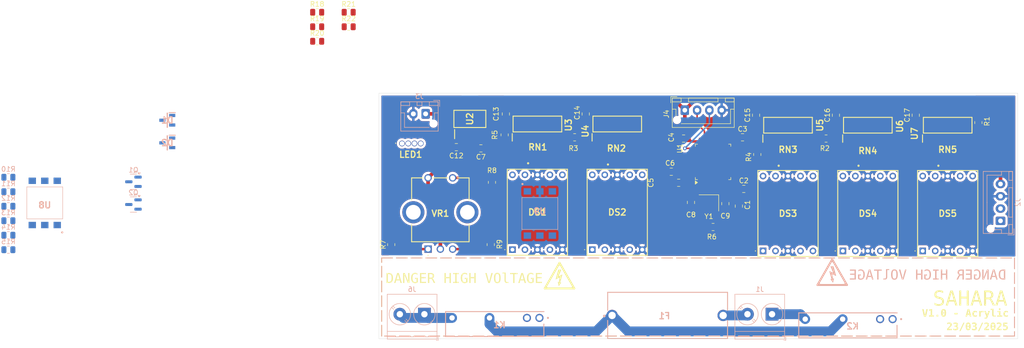
<source format=kicad_pcb>
(kicad_pcb (version 20240108) (generator "pcbnew") (generator_version "8.0")
  (layers (0 "F.Cu" signal) (31 "B.Cu" signal) (34 "B.Paste" user) (35 "F.Paste" user) (36 "B.SilkS" user "B.Silkscreen") (37 "F.SilkS" user "F.Silkscreen") (38 "B.Mask" user) (39 "F.Mask" user) (44 "Edge.Cuts" user))
  (net 0 "")
  (net 1 "Net-(U1-NRST)")
  (net 2 "Earth")
  (net 3 "+3.3V")
  (net 4 "OSC_IN")
  (net 5 "OSC_OUT")
  (net 8 "+5V")
  (net 9 "Net-(DS1-E)")
  (net 10 "Net-(DS1-C)")
  (net 11 "Net-(DS1-D)")
  (net 12 "Net-(DS1-A)")
  (net 13 "Net-(DS1-F)")
  (net 14 "Net-(DS1-G)")
  (net 15 "Net-(DS1-B)")
  (net 16 "Net-(DS2-F)")
  (net 17 "Net-(DS2-B)")
  (net 18 "Net-(DS2-G)")
  (net 19 "Net-(DS2-A)")
  (net 20 "Net-(DS2-C)")
  (net 21 "Net-(DS2-D)")
  (net 22 "Net-(DS2-E)")
  (net 23 "Net-(DS3-G)")
  (net 24 "Net-(DS3-F)")
  (net 25 "Net-(DS3-C)")
  (net 26 "Net-(DS3-D)")
  (net 27 "Net-(DS3-A)")
  (net 28 "Net-(DS3-B)")
  (net 29 "Net-(DS3-DP)")
  (net 30 "Net-(DS3-E)")
  (net 31 "Net-(DS4-E)")
  (net 32 "Net-(DS4-G)")
  (net 33 "Net-(DS4-A)")
  (net 34 "Net-(DS4-D)")
  (net 35 "Net-(DS4-F)")
  (net 36 "Net-(DS4-C)")
  (net 37 "Net-(DS4-B)")
  (net 38 "Net-(DS5-G)")
  (net 39 "Net-(DS5-E)")
  (net 40 "Net-(DS5-F)")
  (net 41 "Net-(DS5-C)")
  (net 42 "Net-(DS5-A)")
  (net 43 "Net-(DS5-B)")
  (net 44 "Net-(DS5-D)")
  (net 45 "Net-(D1-A)")
  (net 46 "FAN_LIVE")
  (net 47 "230v AC")
  (net 48 "HEATER_LIVE")
  (net 49 "Net-(D2-A)")
  (net 50 "Net-(Q1-B)")
  (net 51 "Net-(Q2-B)")
  (net 52 "SCLR")
  (net 53 "TimeLatch")
  (net 54 "TempLatch")
  (net 55 "MOSI")
  (net 56 "SCK")
  (net 57 "TIM1_CH1")
  (net 58 "EncBut")
  (net 59 "TIM1_CH2")
  (net 60 "FAN_CONTROL")
  (net 61 "Net-(R10-Pad1)")
  (net 62 "Net-(R11-Pad1)")
  (net 63 "HEATER_CONTROL")
  (net 64 "Net-(R12-Pad1)")
  (net 65 "Net-(R13-Pad1)")
  (net 66 "Net-(RN1-R6.2)")
  (net 67 "Net-(RN1-R7.2)")
  (net 68 "Net-(RN1-R5.2)")
  (net 70 "Net-(RN1-R2.2)")
  (net 71 "Net-(RN1-R4.2)")
  (net 73 "Net-(RN1-R3.2)")
  (net 74 "Net-(RN2-R7.2)")
  (net 75 "Net-(RN2-R5.2)")
  (net 77 "Net-(RN2-R8.2)")
  (net 78 "Net-(RN2-R3.2)")
  (net 79 "Net-(RN2-R6.2)")
  (net 81 "Net-(RN2-R2.2)")
  (net 82 "Net-(RN2-R4.2)")
  (net 83 "Net-(RN3-R5.2)")
  (net 84 "Net-(RN3-R4.2)")
  (net 85 "Net-(RN3-R3.2)")
  (net 86 "Net-(RN3-R1.2)")
  (net 87 "Net-(RN3-R6.2)")
  (net 88 "Net-(RN3-R7.2)")
  (net 89 "Net-(RN3-R2.2)")
  (net 90 "Net-(RN4-R4.2)")
  (net 92 "Net-(RN4-R6.2)")
  (net 93 "Net-(RN4-R8.2)")
  (net 94 "Net-(RN4-R3.2)")
  (net 95 "Net-(RN4-R5.2)")
  (net 96 "Net-(RN4-R7.2)")
  (net 98 "Net-(RN4-R2.2)")
  (net 99 "Net-(RN5-R8.2)")
  (net 101 "Net-(RN5-R7.2)")
  (net 102 "Net-(RN5-R4.2)")
  (net 104 "Net-(RN5-R6.2)")
  (net 105 "Net-(RN5-R3.2)")
  (net 106 "Net-(RN5-R2.2)")
  (net 107 "Net-(RN5-R5.2)")
  (net 108 "SWDIO")
  (net 112 "SDA")
  (net 117 "SCL")
  (net 120 "Net-(LED1-BK)")
  (net 122 "Net-(LED1-GK)")
  (net 128 "Net-(LED1-Pad1)")
  (net 129 "LED_RED")
  (net 130 "SWCLK")
  (net 132 "Net-(U3-QH')")
  (net 137 "Net-(U5-QH')")
  (net 138 "Net-(U6-QH')")
  (net 149 "Net-(RN1-R1.2)")
  (net 150 "Net-(J1-Pin_2)")
  (net 151 "LED_GREEN")
  (net 152 "LED_BLUE")
  (footprint "SamacSys_Parts:TDSG5160" (layer "F.Cu") (at 175.42 115.87)
    (property "Reference" "DS3")
    (property "Value" "TDSG5160" (hide yes))
  )
  (footprint "SamacSys_Parts:EXB2HV_1" (layer "F.Cu") (at 196.75 97.25)
    (property "Reference" "RN4")
    (property "Value" "470" (hide yes))
  )
  (footprint "Resistor_SMD:R_0805_2012Metric" (layer "F.Cu") (at 91.0875 70.25)
    (property "Reference" "R22")
    (property "Value" "4.7k")
  )
  (footprint "Resistor_SMD:R_0805_2012Metric" (layer "F.Cu") (at 84.6775 73.2)
    (property "Reference" "R20")
    (property "Value" "80")
  )
  (footprint "SamacSys_Parts:SOIC127P600X175-16N" (layer "F.Cu") (at 196.75 90.288 90)
    (property "Reference" "U6")
    (property "Value" "74HC595" (hide yes))
  )
  (footprint "Resistor_SMD:R_0805_2012Metric" (layer "F.Cu") (at 84.6775 70.25)
    (property "Reference" "R19")
    (property "Value" "80")
  )
  (footprint "Capacitor_SMD:C_0805_2012Metric" (layer "F.Cu") (at 159.25 93 180)
    (property "Reference" "C4")
    (property "Value" "100n")
  )
  (footprint "Capacitor_SMD:C_0805_2012Metric" (layer "F.Cu") (at 206.5 88.25 -90)
    (property "Reference" "C17")
    (property "Value" "100n")
  )
  (footprint "Resistor_SMD:R_0805_2012Metric" (layer "F.Cu") (at 120 114.5875 -90)
    (property "Reference" "R9")
    (property "Value" "4.7k")
  )
  (footprint "Resistor_SMD:R_0805_2012Metric" (layer "F.Cu") (at 219.25 89.75 -90)
    (property "Reference" "R1")
    (property "Value" "4.7k")
  )
  (footprint "Capacitor_SMD:C_0805_2012Metric" (layer "F.Cu") (at 167.75 106.25 90)
    (property "Reference" "C9")
    (property "Value" "16p")
  )
  (footprint "Capacitor_SMD:C_0805_2012Metric" (layer "F.Cu") (at 171.25 92.75)
    (property "Reference" "C3")
    (property "Value" "100n")
  )
  (footprint "Capacitor_SMD:C_0805_2012Metric" (layer "F.Cu") (at 190.25 88.25 -90)
    (property "Reference" "C16")
    (property "Value" "100n")
  )
  (footprint "SamacSys_Parts:TDSG5160" (layer "F.Cu") (at 191.67 115.87)
    (property "Reference" "DS4")
    (property "Value" "TDSG5160" (hide yes))
  )
  (footprint "SamacSys_Parts:SOIC127P600X175-16N" (layer "F.Cu") (at 180.5 90.288 90)
    (property "Reference" "U5")
    (property "Value" "74HC595" (hide yes))
  )
  (footprint "Capacitor_SMD:C_0805_2012Metric" (layer "F.Cu") (at 118 95)
    (property "Reference" "C7")
    (property "Value" "22u")
  )
  (footprint "SamacSys_Parts:EXB2HV_1" (layer "F.Cu") (at 145.75 97)
    (property "Reference" "RN2")
    (property "Value" "470" (hide yes))
  )
  (footprint "Resistor_SMD:R_0805_2012Metric" (layer "F.Cu") (at 165.25 111)
    (property "Reference" "R6")
    (property "Value" "1M")
  )
  (footprint "Capacitor_SMD:C_0805_2012Metric" (layer "F.Cu") (at 170.5 106.75 -90)
    (property "Reference" "C1")
    (property "Value" "100n")
  )
  (footprint "SamacSys_Parts:SOIC127P600X175-16N" (layer "F.Cu") (at 129.5 90.038 90)
    (property "Reference" "U3")
    (property "Value" "74HC595" (hide yes))
  )
  (footprint "Package_QFP:LQFP-48_7x7mm_P0.5mm" (layer "F.Cu") (at 165.25 97.75 90)
    (property "Reference" "U1")
    (property "Value" "STM32F103CBT6")
  )
  (footprint "Resistor_SMD:R_0805_2012Metric" (layer "F.Cu") (at 84.6775 67.3)
    (property "Reference" "R18")
    (property "Value" "150")
  )
  (footprint "Capacitor_SMD:C_0805_2012Metric" (layer "F.Cu") (at 158.25 102 180)
    (property "Reference" "C5")
    (property "Value" "100n")
  )
  (footprint "SamacSys_Parts:EXB2HV_1" (layer "F.Cu") (at 129.5 96.75)
    (property "Reference" "RN1")
    (property "Value" "470" (hide yes))
  )
  (footprint "Capacitor_SMD:C_0805_2012Metric" (layer "F.Cu") (at 156.75 99.75 180)
    (property "Reference" "C6")
    (property "Value" "100n")
  )
  (footprint "Capacitor_SMD:C_0805_2012Metric" (layer "F.Cu") (at 174 88.25 -90)
    (property "Reference" "C15")
    (property "Value" "100n")
  )
  (footprint "SamacSys_Parts:5218559F" (layer "F.Cu") (at 101.94 94 90)
    (property "Reference" "LED1")
    (property "Value" "RGB_LED" (hide yes))
  )
  (footprint "SamacSys_Parts:TDSG5160" (layer "F.Cu") (at 140.67 115.62)
    (property "Reference" "DS2")
    (property "Value" "TDSG5160" (hide yes))
  )
  (footprint "Resistor_SMD:R_0805_2012Metric" (layer "F.Cu") (at 91.0875 67.3)
    (property "Reference" "R21")
    (property "Value" "4.7k")
  )
  (footprint "Resistor_SMD:R_0805_2012Metric" (layer "F.Cu") (at 137.08 92.75)
    (property "Reference" "R3")
    (property "Value" "4.7k")
  )
  (footprint "Connector_JST:JST_XH_B4B-XH-AM_1x04_P2.50mm_Vertical" (layer "F.Cu") (at 159.5 87.225)
    (property "Reference" "J4")
    (property "Value" "Conn_01x04")
  )
  (footprint "SamacSys_Parts:TDSG5160" (layer "F.Cu") (at 207.92 115.87)
    (property "Reference" "DS5")
    (property "Value" "TDSG5160" (hide yes))
  )
  (footprint "Symbol:Symbol_HighVoltage_Triangle_6x6mm_Copper" (layer "F.Cu") (at 134 120.9)
    (property "Reference" "REF**" (hide yes))
    (property "Value" "Symbol_HighVoltage_Triangle_6x6mm_Copper" (hide yes))
  )
  (footprint "Crystal:Crystal_SMD_TXC_7M-4Pin_3.2x2.5mm" (layer "F.Cu") (at 164.4 106.1 180)
    (property "Reference" "Y1")
    (property "Value" "8MHz 18 pF")
  )
  (footprint "SamacSys_Parts:EXB2HV_1" (layer "F.Cu") (at 180.5 97.25)
    (property "Reference" "RN3")
    (property "Value" "470" (hide yes))
  )
  (footprint "Capacitor_SMD:C_0805_2012Metric" (layer "F.Cu") (at 171.5 103.25)
    (property "Reference" "C2")
    (property "Value" "100n")
  )
  (footprint "Capacitor_SMD:C_0805_2012Metric" (layer "F.Cu") (at 139.33 88 -90)
    (property "Reference" "C14")
    (property "Value" "100n")
  )
  (footprint "Capacitor_SMD:C_0805_2012Metric" (layer "F.Cu") (at 123.08 88 -90)
    (property "Reference" "C13")
    (property "Value" "100n")
  )
  (footprint "Capacitor_SMD:C_0805_2012Metric" (layer "F.Cu") (at 160.75 106 90)
    (property "Reference" "C8")
    (property "Value" "16p")
  )
  (footprint "Resistor_SMD:R_0805_2012Metric" (layer "F.Cu") (at 174.25 96.25 -90)
    (property "Reference" "R4")
    (property "Value" "4.7k")
  )
  (footprint "SamacSys_Parts:EXB2HV_1" (layer "F.Cu") (at 213 97.25)
    (property "Reference" "RN5")
    (property "Value" "470" (hide yes))
  )
  (footprint "Capacitor_SMD:C_0805_2012Metric" (layer "F.Cu") (at 113 94.75 180)
    (property "Reference" "C12")
    (property "Value" "10u")
  )
  (footprint "SamacSys_Parts:SOIC127P600X175-16N" (layer "F.Cu") (at 145.75 90.038 90)
    (property "Reference" "U4")
    (property "Value" "74HC595" (hide yes))
  )
  (footprint "SamacSys_Parts:TDSG5160" (layer "F.Cu") (at 124.42 115.62)
    (property "Reference" "DS1")
    (property "Value" "TDSG5160" (hide yes))
  )
  (footprint "Resistor_SMD:R_0805_2012Metric" (layer "F.Cu") (at 188.25 93)
    (property "Reference" "R2")
    (property "Value" "4.7k")
  )
  (footprint "SamacSys_Parts:SOT230P700X180-4N" (layer "F.Cu") (at 115.75 89 90)
    (property "Reference" "U2")
    (property "Value" "AZ1117-3.3" (hide yes))
  )
  (footprint "Resistor_SMD:R_0805_2012Metric" (layer "F.Cu") (at 99.75 114.5875 90)
    (property "Reference" "R7")
    (property "Value" "4.7k")
  )
  (footprint "SamacSys_Parts:SOIC127P600X175-16N" (layer "F.Cu") (at 213 90.288 90)
    (property "Reference" "U7")
    (property "Value" "74HC595" (hide yes))
  )
  (footprint "SamacSys_Parts:EC111012010H" (layer "F.Cu") (at 107.25 115.5)
    (property "Reference" "VR1")
    (property "Value" "EC111012010H" (hide yes))
  )
  (footprint "Resistor_SMD:R_0805_2012Metric" (layer "F.Cu") (at 122.83 92.25 -90)
    (property "Reference" "R5")
    (property "Value" "4.7k")
  )
  (footprint "Resistor_SMD:R_0805_2012Metric" (layer "F.Cu") (at 120.25 101.9125 -90)
    (property "Reference" "R8")
    (property "Value" "4.7k")
  )
  (footprint "Resistor_SMD:R_0805_2012Metric" (layer "B.Cu") (at 21.83 109.725 180)
    (property "Reference" "R13")
    (property "Value" "470")
  )
  (footprint "SamacSys_Parts:G6DN-1A-L" (layer "B.Cu") (at 112.13 129.5 180)
    (property "Reference" "K1")
    (property "Value" "G6DN-1A-L_DC5" (hide yes))
  )
  (footprint "Resistor_SMD:R_0805_2012Metric" (layer "B.Cu") (at 21.83 103.825 180)
    (property "Reference" "R11")
    (property "Value" "220")
  )
  (footprint "Resistor_SMD:R_0805_2012Metric" (layer "B.Cu") (at 21.83 115.625 180)
    (property "Reference" "R15")
    (property "Value" "10k")
  )
  (footprint "SamacSys_Parts:G6DN-1A-L" (layer "B.Cu") (at 184.01 129.75 180)
    (property "Reference" "K2")
    (property "Value" "G6DN-1A-L_DC5" (hide yes))
  )
  (footprint "Resistor_SMD:R_0805_2012Metric" (layer "B.Cu") (at 21.83 112.675 180)
    (property "Reference" "R14")
    (property "Value" "10k")
  )
  (footprint "SamacSys_Parts:WR-FSH_THT_2" (layer "B.Cu") (at 156 129)
    (property "Reference" "F1")
    (property "Value" "2A" (hide yes))
  )
  (footprint "Resistor_SMD:R_0805_2012Metric" (layer "B.Cu") (at 21.83 100.875 180)
    (property "Reference" "R10")
    (property "Value" "220")
  )
  (footprint "TerminalBlock_Phoenix:TerminalBlock_Phoenix_PT-1,5-2-5.0-H_1x02_P5.00mm_Horizontal" (layer "B.Cu") (at 106.5 128.75 180)
    (property "Reference" "J6")
    (property "Value" "Conn_01x02")
  )
  (footprint "Connector_JST:JST_XH_B2B-XH-AM_1x02_P2.50mm_Vertical" (layer "B.Cu") (at 106.75 87.975 180)
    (property "Reference" "J3")
    (property "Value" "Conn_01x02")
  )
  (footprint "SamacSys_Parts:4N35S" (layer "B.Cu") (at 130 108.25)
    (property "Reference" "U9")
    (property "Value" "4N35" (hide yes))
  )
  (footprint "TerminalBlock_Phoenix:TerminalBlock_Phoenix_PT-1,5-2-5.0-H_1x02_P5.00mm_Horizontal" (layer "B.Cu") (at 177.25 128.75 180)
    (property "Reference" "J1")
    (property "Value" "Conn_01x02")
  )
  (footprint "SamacSys_Parts:SOT97P230X109-3N" (layer "B.Cu") (at 54.175 93.875 180)
    (property "Reference" "D2")
    (property "Value" "BAS70-04" (hide yes))
  )
  (footprint "SamacSys_Parts:4N35S" (layer "B.Cu") (at 29.235 106.1 180)
    (property "Reference" "U8")
    (property "Value" "4N35" (hide yes))
  )
  (footprint "Resistor_SMD:R_0805_2012Metric" (layer "B.Cu") (at 21.83 106.775 180)
    (property "Reference" "R12")
    (property "Value" "470")
  )
  (footprint "Package_TO_SOT_SMD:SOT-23" (layer "B.Cu") (at 47.28 101.8 180)
    (property "Reference" "Q1")
    (property "Value" "BC847")
  )
  (footprint "Symbol:Symbol_HighVoltage_Triangle_6x6mm_Copper" (layer "B.Cu") (at 189.5 120.2 180)
    (property "Reference" "REF**" (hide yes))
    (property "Value" "Symbol_HighVoltage_Triangle_6x6mm_Copper" (hide yes))
  )
  (footprint "Connector_JST:JST_XH_B4B-XH-AM_1x04_P2.50mm_Vertical" (layer "B.Cu") (at 223.75 109.75 90)
    (property "Reference" "J2")
    (property "Value" "TMP102_CONN")
  )
  (footprint "SamacSys_Parts:SOT97P230X109-3N" (layer "B.Cu") (at 54.175 89.275 180)
    (property "Reference" "D1")
    (property "Value" "BAS70-04" (hide yes))
  )
  (footprint "Package_TO_SOT_SMD:SOT-23" (layer "B.Cu") (at 47.28 106.425 180)
    (property "Reference" "Q2")
    (property "Value" "BC847")
  )
  (gr_rect (start 97.8 117.3) (end 226.6 133.2) (stroke (width 0.2) (type dash)) (fill none) (layer "B.SilkS"))
  (gr_rect (start 97.8 117.3) (end 226.6 133.2) (stroke (width 0.2) (type dash)) (fill none) (layer "F.SilkS"))
  (gr_rect (start 97.25 83.75) (end 227.25 133.75) (stroke (width 0.05)) (fill none) (layer "Edge.Cuts"))
  (gr_text "DANGER HIGH VOlTAGE\n\n" (at 224.9 125.4 -0) (layer "B.SilkS") (effects (font (size 2 2) (thickness 0.1)) (justify left bottom mirror)))
  (gr_text "23/03/2025\n" (at 212.75 132.25 0) (layer "F.SilkS") (effects (font (size 1.5 1.5) (thickness 0.375) (bold yes)) (justify left bottom)))
  (gr_text "DANGER HIGH VOlTAGE\n\n" (at 98.6 126.1 0) (layer "F.SilkS") (effects (font (size 2 2) (thickness 0.1)) (justify left bottom)))
  (gr_text "V1.0 - Acrylic\n" (at 207.75 129.5 0) (layer "F.SilkS") (effects (font (size 1.5 1.5) (thickness 0.375) (bold yes)) (justify left bottom)))
  (gr_text "SAHARA\n" (at 210 127.5 0) (layer "F.SilkS") (effects (font (size 3 3) (thickness 0.1)) (justify left bottom)))
  (segment (start 166.49688 103.75) (end 165.5 102.75312) (width 0.3) (layer "F.Cu") (net 1))
  (segment (start 169.5 104.8) (end 169.5 104.5) (width 0.3) (layer "F.Cu") (net 1))
  (segment (start 170.5 105.8) (end 169.5 104.8) (width 0.3) (layer "F.Cu") (net 1))
  (segment (start 165.5 102.75312) (end 165.5 101.9125) (width 0.3) (layer "F.Cu") (net 1))
  (segment (start 169.5 104.5) (end 168.75 103.75) (width 0.3) (layer "F.Cu") (net 1))
  (segment (start 168.75 103.75) (end 166.49688 103.75) (width 0.3) (layer "F.Cu") (net 1))
  (segment (start 208 84.75) (end 208.75 84.75) (width 0.75) (layer "F.Cu") (net 3))
  (segment (start 166.99688 103.25) (end 170.75 103.25) (width 0.3) (layer "F.Cu") (net 3))
  (segment (start 219.25 86.25) (end 217.75 84.75) (width 0.75) (layer "F.Cu") (net 3))
  (segment (start 161.975 84.75) (end 174.25 84.75) (width 0.75) (layer "F.Cu") (net 3))
  (segment (start 223.75 90.75) (end 223.75 102.25) (width 0.75) (layer "F.Cu") (net 3))
  (segment (start 161.0875 100.5) (end 158.45 100.5) (width 0.3) (layer "F.Cu") (net 3))
  (segment (start 190.25 84.75) (end 205.75 84.75) (width 0.75) (layer "F.Cu") (net 3))
  (segment (start 166.5 102.75312) (end 166.99688 103.25) (width 0.3) (layer "F.Cu") (net 3))
  (segment (start 205.75 84.75) (end 208 84.75) (width 0.75) (layer "F.Cu") (net 3))
  (segment (start 141.25 84.75) (end 154.75 84.75) (width 0.75) (layer "F.Cu") (net 3))
  (segment (start 117.05 93.95) (end 117.05 95) (width 0.75) (layer "F.Cu") (net 3))
  (segment (start 156 84.75) (end 157.025 84.75) (width 0.75) (layer "F.Cu") (net 3))
  (segment (start 109.75 98.5) (end 107.25 101) (width 0.75) (layer "F.Cu") (net 3))
  (segment (start 170.3 94.0125) (end 169.4125 94.9) (width 0.5) (layer "F.Cu") (net 3))
  (segment (start 160.2 93) (end 160.7875 93.5875) (width 0.5) (layer "F.Cu") (net 3))
  (segment (start 190.25 84.75) (end 174.25 84.75) (width 0.75) (layer "F.Cu") (net 3))
  (segment (start 219.25 86.25) (end 223.75 90.75) (width 0.75) (layer "F.Cu") (net 3))
  (segment (start 118.05 92.95) (end 117.05 93.95) (width 0.75) (layer "F.Cu") (net 3))
  (segment (start 124.779 87.05) (end 125.055 87.326) (width 0.75) (layer "F.Cu") (net 3))
  (segment (start 159.5 90.75) (end 160.2 91.45) (width 0.75) (layer "F.Cu") (net 3))
  (segment (start 107.25 105.75) (end 109.75 108.25) (width 0.75) (layer "F.Cu") (net 3))
  (segment (start 139 84.75) (end 141.305 87.055) (width 0.75) (layer "F.Cu") (net 3))
  (segment (start 170.3 92.75) (end 170.3 94.0125) (width 0.5) (layer "F.Cu") (net 3))
  (segment (start 123.08 85.295) (end 123.625 84.75) (width 0.75) (layer "F.Cu") (net 3))
  (segment (start 123.625 84.75) (end 139 84.75) (width 0.75) (layer "F.Cu") (net 3))
  (segment (start 141.305 87.055) (end 141.305 87.326) (width 0.75) (layer "F.Cu") (net 3))
  (segment (start 118.05 90.45) (end 121.45 87.05) (width 0.75) (layer "F.Cu") (net 3))
  (segment (start 157.7 98.25) (end 157.7 99.75) (width 0.75) (layer "F.Cu") (net 3))
  (segment (start 159.5 87.225) (end 161.975 84.75) (width 0.75) (layer "F.Cu") (net 3))
  (segment (start 176.055 87.576) (end 176.055 86.555) (width 0.75) (layer "F.Cu") (net 3))
  (segment (start 115.25 98.5) (end 109.75 98.5) (width 0.75) (layer "F.Cu") (net 3))
  (segment (start 117.05 95) (end 117.05 96.7) (width 0.75) (layer "F.Cu") (net 3))
  (segment (start 208.279 87.3) (end 208.555 87.576) (width 0.75) (layer "F.Cu") (net 3))
  (segment (start 208.75 84.75) (end 217.75 84.75) (width 0.75) (layer "F.Cu") (net 3))
  (segment (start 208.555 87.576) (end 205.75 84.771) (width 0.75) (layer "F.Cu") (net 3))
  (segment (start 159.2 102) (end 162.3125 102) (width 0.5) (layer "F.Cu") (net 3))
  (segment (start 159.2 101.25) (end 157.7 99.75) (width 0.5) (layer "F.Cu") (net 3))
  (segment (start 139.33 87.05) (end 141.029 87.05) (width 0.75) (layer "F.Cu") (net 3))
  (segment (start 154.75 95.3) (end 154.75 86) (width 0.75) (layer "F.Cu") (net 3))
  (segment (start 206.5 87.3) (end 208.279 87.3) (width 0.75) (layer "F.Cu") (net 3))
  (segment (start 190.25 87.3) (end 192.029 87.3) (width 0.75) (layer "F.Cu") (net 3))
  (segment (start 154.75 95.3) (end 157.7 98.25) (width 0.75) (layer "F.Cu") (net 3))
  (segment (start 121.45 87.05) (end 123.08 87.05) (width 0.75) (layer "F.Cu") (net 3))
  (segment (start 166.5 101.9125) (end 166.5 102.75312) (width 0.3) (layer "F.Cu") (net 3))
  (segment (start 219.25 88.8375) (end 219.25 86.25) (width 0.75) (layer "F.Cu") (net 3))
  (segment (start 205.75 84.771) (end 205.75 84.75) (width 0.75) (layer "F.Cu") (net 3))
  (segment (start 160.2 91.45) (end 160.2 93) (width 0.75) (layer "F.Cu") (net 3))
  (segment (start 154.75 86) (end 156 84.75) (width 0.75) (layer "F.Cu") (net 3))
  (segment (start 141.029 87.05) (end 141.305 87.326) (width 0.75) (layer "F.Cu") (net 3))
  (segment (start 118.05 92.1) (end 118.05 92.95) (width 0.75) (layer "F.Cu") (net 3))
  (segment (start 123.08 87.05) (end 124.779 87.05) (width 0.75) (layer "F.Cu") (net 3))
  (segment (start 154.75 84.75) (end 156 84.75) (width 0.75) (layer "F.Cu") (net 3))
  (segment (start 175.779 87.3) (end 176.055 87.576) (width 0.75) (layer "F.Cu") (net 3))
  (segment (start 174 87.3) (end 175.779 87.3) (width 0.75) (layer "F.Cu") (net 3))
  (segment (start 107.25 101) (end 107.25 105.75) (width 0.75) (layer "F.Cu") (net 3))
  (segment (start 176.055 86.555) (end 174.25 84.75) (width 0.75) (layer "F.Cu") (net 3))
  (segment (start 109.75 108.25) (end 109.75 115.5) (width 0.75) (layer "F.Cu") (net 3))
  (segment (start 139 84.75) (end 141.25 84.75) (width 0.75) (layer "F.Cu") (net 3))
  (segment (start 192.029 87.3) (end 192.305 87.576) (width 0.75) (layer "F.Cu") (net 3))
  (segment (start 162.4125 102) (end 162.5 101.9125) (width 0.3) (layer "F.Cu") (net 3))
  (segment (start 158.45 100.5) (end 157.7 99.75) (width 0.3) (layer "F.Cu") (net 3))
  (segment (start 162.3125 102) (end 162.4 101.9125) (width 0.5) (layer "F.Cu") (net 3))
  (segment (start 159.2 102) (end 159.2 101.25) (width 0.5) (layer "F.Cu") (net 3))
  (segment (start 160.7875 93.5875) (end 162.4 93.5875) (width 0.5) (layer "F.Cu") (net 3))
  (segment (start 192.305 87.576) (end 192.305 86.805) (width 0.75) (layer "F.Cu") (net 3))
  (segment (start 117.05 96.7) (end 115.25 98.5) (width 0.75) (layer "F.Cu") (net 3))
  (segment (start 192.305 86.805) (end 190.25 84.75) (width 0.75) (layer "F.Cu") (net 3))
  (segment (start 159.5 87.225) (end 159.5 90.75) (width 0.75) (layer "F.Cu") (net 3))
  (segment (start 157.025 84.75) (end 159.5 87.225) (width 0.75) (layer "F.Cu") (net 3))
  (segment (start 123.08 87.05) (end 123.08 85.295) (width 0.75) (layer "F.Cu") (net 3))
  (segment (start 118.05 92.1) (end 118.05 90.45) (width 0.75) (layer "F.Cu") (net 3))
  (segment (start 162 104.25) (end 162 105.95) (width 0.3) (layer "F.Cu") (net 4))
  (segment (start 160.75 105.05) (end 161.55 104.25) (width 0.3) (layer "F.Cu") (net 4))
  (segment (start 162 105.95) (end 163 106.95) (width 0.3) (layer "F.Cu") (net 4))
  (segment (start 164.5 102.75312) (end 163.75312 103.5) (width 0.3) (layer "F.Cu") (net 4))
  (segment (start 164.5 101.9125) (end 164.5 102.75312) (width 0.3) (layer "F.Cu") (net 4))
  (segment (start 163.3 106.95) (end 163.3 109.9625) (width 0.3) (layer "F.Cu") (net 4))
  (segment (start 161.55 104.25) (end 162 104.25) (width 0.3) (layer "F.Cu") (net 4))
  (segment (start 163 106.95) (end 163.3 106.95) (width 0.3) (layer "F.Cu") (net 4))
  (segment (start 163.3 109.9625) (end 164.3375 111) (width 0.3) (layer "F.Cu") (net 4))
  (segment (start 163.75312 103.5) (end 162.75 103.5) (width 0.3) (layer "F.Cu") (net 4))
  (segment (start 162.75 103.5) (end 162 104.25) (width 0.3) (layer "F.Cu") (net 4))
  (segment (start 169.25 106.75) (end 169.25 107.9125) (width 0.3) (layer "F.Cu") (net 5))
  (segment (start 167.75 105.3) (end 169.2 106.75) (width 0.3) (layer "F.Cu") (net 5))
  (segment (start 165 104.75) (end 165.5 105.25) (width 0.3) (layer "F.Cu") (net 5))
  (segment (start 169.2 106.75) (end 169.25 106.75) (width 0.3) (layer "F.Cu") (net 5))
  (segment (start 165.55 105.3) (end 165.5 105.25) (width 0.3) (layer "F.Cu") (net 5))
  (segment (start 167.75 105.3) (end 165.55 105.3) (width 0.3) (layer "F.Cu") (net 5))
  (segment (start 165 101.9125) (end 165 104.75) (width 0.3) (layer "F.Cu") (net 5))
  (segment (start 169.25 107.9125) (end 166.1625 111) (width 0.3) (layer "F.Cu") (net 5))
  (segment (start 113.45 92.1) (end 112.85 92.1) (width 0.75) (layer "F.Cu") (net 8))
  (segment (start 113.95 92.6) (end 113.45 92.1) (width 0.75) (layer "F.Cu") (net 8))
  (segment (start 112.85 92.1) (end 108.725 87.975) (width 0.75) (layer "F.Cu") (net 8))
  (segment (start 106.75 87.975) (end 108.725 87.975) (width 0.75) (layer "F.Cu") (net 8))
  (segment (start 113.95 94.75) (end 113.95 92.6) (width 0.75) (layer "F.Cu") (net 8))
  (segment (start 112.13 129.5) (end 102.25 129.5) (width 2) (layer "B.Cu") (net 46))
  (segment (start 112.13 129.5) (end 107.25 129.5) (width 2) (layer "B.Cu") (net 46))
  (segment (start 107.25 129.5) (end 106.5 128.75) (width 2) (layer "B.Cu") (net 46))
  (segment (start 102.25 129.5) (end 101.5 128.75) (width 2) (layer "B.Cu") (net 46))
  (segment (start 121.25 132.25) (end 119.75 130.75) (width 2) (layer "B.Cu") (net 47))
  (segment (start 140.5 132.25) (end 121.25 132.25) (width 2) (layer "B.Cu") (net 47))
  (segment (start 147.95 132.25) (end 189.13 132.25) (width 2) (layer "B.Cu") (net 47))
  (segment (start 189.13 132.25) (end 191.63 129.75) (width 2) (layer "B.Cu") (net 47))
  (segment (start 144.7 129) (end 147.95 132.25) (width 2) (layer "B.Cu") (net 47))
  (segment (start 119.75 130.75) (end 119.75 129.5) (width 2) (layer "B.Cu") (net 47))
  (segment (start 144.7 129) (end 141.45 132.25) (width 2) (layer "B.Cu") (net 47))
  (segment (start 141.45 132.25) (end 140.5 132.25) (width 2) (layer "B.Cu") (net 47))
  (segment (start 184.01 129.75) (end 183.01 128.75) (width 2) (layer "B.Cu") (net 48))
  (segment (start 183.01 128.75) (end 177.25 128.75) (width 2) (layer "B.Cu") (net 48))
  (segment (start 185.3375 91) (end 187.3375 93) (width 0.5) (layer "F.Cu") (net 53))
  (segment (start 181.135 87.576) (end 181.135 88.635) (width 0.5) (layer "F.Cu") (net 53))
  (segment (start 183.5 91) (end 185.3375 91) (width 0.5) (layer "F.Cu") (net 53))
  (segment (start 181.135 88.635) (end 183.5 91) (width 0.5) (layer "F.Cu") (net 53))
  (segment (start 174.25 95.3375) (end 174.25 92) (width 0.5) (layer "F.Cu") (net 55))
  (segment (start 178.595 88.655) (end 178.595 87.576) (width 0.5) (layer "F.Cu") (net 55))
  (segment (start 175.75 90.5) (end 176.75 90.5) (width 0.5) (layer "F.Cu") (net 55))
  (segment (start 174.25 95.5) (end 174.25 95.3375) (width 0.3) (layer "F.Cu") (net 55))
  (segment (start 176.75 90.5) (end 178.595 88.655) (width 0.5) (layer "F.Cu") (net 55))
  (segment (start 171.25 98.5) (end 174.25 95.5) (width 0.3) (layer "F.Cu") (net 55))
  (segment (start 169.4125 98.5) (end 171.25 98.5) (width 0.3) (layer "F.Cu") (net 55))
  (segment (start 174.25 92) (end 175.75 90.5) (width 0.5) (layer "F.Cu") (net 55))
  (segment (start 129.7435 90.25) (end 131.405 88.5885) (width 0.5) (layer "F.Cu") (net 56))
  (segment (start 123.6625 91.3375) (end 124.75 90.25) (width 0.5) (layer "F.Cu") (net 56))
  (segment (start 131.405 88.5885) (end 131.405 87.326) (width 0.5) (layer "F.Cu") (net 56))
  (segment (start 124.75 90.25) (end 129.7435 90.25) (width 0.5) (layer "F.Cu") (net 56))
  (segment (start 122.83 91.3375) (end 123.6625 91.3375) (width 0.5) (layer "F.Cu") (net 56))
  (segment (start 99.75 115.5) (end 107.25 115.5) (width 0.5) (layer "F.Cu") (net 57))
  (segment (start 120.25 101) (end 112.25 101) (width 0.5) (layer "F.Cu") (net 58))
  (segment (start 120 115.5) (end 112.25 115.5) (width 0.5) (layer "F.Cu") (net 59))
  (segment (start 180.75 93.385) (end 180.75 96.5) (width 0.3) (layer "F.Cu") (net 83))
  (segment (start 181.135 93) (end 180.75 93.385) (width 0.3) (layer "F.Cu") (net 83))
  (segment (start 180.25 93.385) (end 180.25 96.5) (width 0.3) (layer "F.Cu") (net 84))
  (segment (start 179.865 93) (end 180.25 93.385) (width 0.3) (layer "F.Cu") (net 84))
  (segment (start 178.595 93) (end 178.595 93.4375) (width 0.3) (layer "F.Cu") (net 85))
  (segment (start 179.75 94.5925) (end 179.75 96.5) (width 0.3) (layer "F.Cu") (net 85))
  (segment (start 178.595 93.4375) (end 179.75 94.5925) (width 0.3) (layer "F.Cu") (net 85))
  (segment (start 176.055 93) (end 176.055 93.8925) (width 0.3) (layer "F.Cu") (net 86))
  (segment (start 176.055 93.8925) (end 178.6625 96.5) (width 0.3) (layer "F.Cu") (net 86))
  (segment (start 182.405 93) (end 182.405 93.4375) (width 0.3) (layer "F.Cu") (net 87))
  (segment (start 181.25 94.5925) (end 181.25 96.5) (width 0.3) (layer "F.Cu") (net 87))
  (segment (start 182.405 93.4375) (end 181.25 94.5925) (width 0.3) (layer "F.Cu") (net 87))
  (segment (start 181.75 95.3625) (end 181.75 96.5) (width 0.3) (layer "F.Cu") (net 88))
  (segment (start 183.675 93.4375) (end 181.75 95.3625) (width 0.3) (layer "F.Cu") (net 88))
  (segment (start 183.675 93) (end 183.675 93.4375) (width 0.3) (layer "F.Cu") (net 88))
  (segment (start 177.325 94) (end 177.325 93) (width 0.3) (layer "F.Cu") (net 89))
  (segment (start 179.25 95.925) (end 177.325 94) (width 0.3) (layer "F.Cu") (net 89))
  (segment (start 179.25 96.5) (end 179.25 95.925) (width 0.3) (layer "F.Cu") (net 89))
  (segment (start 196.5 95.510787) (end 196.5 96.5) (width 0.3) (layer "F.Cu") (net 90))
  (segment (start 194.845 93.855787) (end 196.5 95.510787) (width 0.3) (layer "F.Cu") (net 90))
  (segment (start 194.845 93) (end 194.845 93.855787) (width 0.3) (layer "F.Cu") (net 90))
  (segment (start 197.5 93.115) (end 197.5 96.5) (width 0.3) (layer "F.Cu") (net 92))
  (segment (start 197.385 93) (end 197.5 93.115) (width 0.3) (layer "F.Cu") (net 92))
  (segment (start 199.925 95.1625) (end 198.5875 96.5) (width 0.3) (layer "F.Cu") (net 93))
  (segment (start 199.925 93) (end 199.925 95.1625) (width 0.3) (layer "F.Cu") (net 93))
  (segment (start 193.575 93.825) (end 194.5 94.75) (width 0.3) (layer "F.Cu") (net 94))
  (segment (start 195.032106 94.75) (end 196 95.717894) (width 0.3) (layer "F.Cu") (net 94))
  (segment (start 193.575 93) (end 193.575 93.825) (width 0.3) (layer "F.Cu") (net 94))
  (segment (start 196 95.717894) (end 196 96.5) (width 0.3) (layer "F.Cu") (net 94))
  (segment (start 194.5 94.75) (end 195.032106 94.75) (width 0.3) (layer "F.Cu") (net 94))
  (segment (start 196.115 93) (end 196.115 93.4375) (width 0.3) (layer "F.Cu") (net 95))
  (segment (start 196.115 93.4375) (end 197 94.3225) (width 0.3) (layer "F.Cu") (net 95))
  (segment (start 197 94.3225) (end 197 96.5) (width 0.3) (layer "F.Cu") (net 95))
  (segment (start 198.655 93.4375) (end 198 94.0925) (width 0.3) (layer "F.Cu") (net 96))
  (segment (start 198.655 93) (end 198.655 93.4375) (width 0.3) (layer "F.Cu") (net 96))
  (segment (start 198 94.0925) (end 198 96.5) (width 0.3) (layer "F.Cu") (net 96))
  (segment (start 195.5 95.925) (end 194.825 95.25) (width 0.3) (layer "F.Cu") (net 98))
  (segment (start 195.5 96.5) (end 195.5 95.925) (width 0.3) (layer "F.Cu") (net 98))
  (segment (start 194.825 95.25) (end 193.75 95.25) (width 0.3) (layer "F.Cu") (net 98))
  (segment (start 192.305 93) (end 192.305 93.805) (width 0.3) (layer "F.Cu") (net 98))
  (segment (start 192.305 93.805) (end 193.75 95.25) (width 0.3) (layer "F.Cu") (net 98))
  (segment (start 163.5 93.5875) (end 163.5 91.5) (width 0.3) (layer "F.Cu") (net 108))
  (segment (start 163.5 91.5) (end 162 90) (width 0.3) (layer "F.Cu") (net 108))
  (segment (start 162 90) (end 162 87.225) (width 0.3) (layer "F.Cu") (net 108))
  (segment (start 161.0875 95) (end 159.5 95) (width 0.3) (layer "F.Cu") (net 130))
  (via (at 159.5 95) (size 0.75) (drill 0.4) (layers "F.Cu" "B.Cu") (net 130))
  (segment (start 164.5 87.225) (end 164.5 90) (width 0.3) (layer "B.Cu") (net 130))
  (segment (start 164.5 90) (end 159.5 95) (width 0.3) (layer "B.Cu") (net 130))
  (segment (start 172 129) (end 172.25 128.75) (width 2) (layer "B.Cu") (net 150))
  (segment (start 167.3 129) (end 172 129) (width 2) (layer "B.Cu") (net 150))
  (zone (net 2) (net_name "Earth") (layers "F&B.Cu") (connect_pads (clearance 0.5)) (min_thickness 0.25) (fill yes (thermal_gap 0.5) (thermal_bridge_width 0.5))
    (polygon (pts (xy 227.25 83.75) (xy 227.25 117) (xy 97.25 116.75) (xy 97.25 83.75)))
  )
)
</source>
